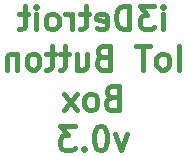
<source format=gbr>
%TF.GenerationSoftware,KiCad,Pcbnew,(5.1.9)-1*%
%TF.CreationDate,2021-04-24T19:22:00-04:00*%
%TF.ProjectId,button_box,62757474-6f6e-45f6-926f-782e6b696361,rev?*%
%TF.SameCoordinates,Original*%
%TF.FileFunction,Legend,Bot*%
%TF.FilePolarity,Positive*%
%FSLAX46Y46*%
G04 Gerber Fmt 4.6, Leading zero omitted, Abs format (unit mm)*
G04 Created by KiCad (PCBNEW (5.1.9)-1) date 2021-04-24 19:22:00*
%MOMM*%
%LPD*%
G01*
G04 APERTURE LIST*
%ADD10C,0.400000*%
G04 APERTURE END LIST*
D10*
X129777380Y-113929761D02*
X129777380Y-112596428D01*
X129777380Y-111929761D02*
X129872619Y-112025000D01*
X129777380Y-112120238D01*
X129682142Y-112025000D01*
X129777380Y-111929761D01*
X129777380Y-112120238D01*
X129015476Y-111929761D02*
X127777380Y-111929761D01*
X128444047Y-112691666D01*
X128158333Y-112691666D01*
X127967857Y-112786904D01*
X127872619Y-112882142D01*
X127777380Y-113072619D01*
X127777380Y-113548809D01*
X127872619Y-113739285D01*
X127967857Y-113834523D01*
X128158333Y-113929761D01*
X128729761Y-113929761D01*
X128920238Y-113834523D01*
X129015476Y-113739285D01*
X126920238Y-113929761D02*
X126920238Y-111929761D01*
X126444047Y-111929761D01*
X126158333Y-112025000D01*
X125967857Y-112215476D01*
X125872619Y-112405952D01*
X125777380Y-112786904D01*
X125777380Y-113072619D01*
X125872619Y-113453571D01*
X125967857Y-113644047D01*
X126158333Y-113834523D01*
X126444047Y-113929761D01*
X126920238Y-113929761D01*
X124158333Y-113834523D02*
X124348809Y-113929761D01*
X124729761Y-113929761D01*
X124920238Y-113834523D01*
X125015476Y-113644047D01*
X125015476Y-112882142D01*
X124920238Y-112691666D01*
X124729761Y-112596428D01*
X124348809Y-112596428D01*
X124158333Y-112691666D01*
X124063095Y-112882142D01*
X124063095Y-113072619D01*
X125015476Y-113263095D01*
X123491666Y-112596428D02*
X122729761Y-112596428D01*
X123205952Y-111929761D02*
X123205952Y-113644047D01*
X123110714Y-113834523D01*
X122920238Y-113929761D01*
X122729761Y-113929761D01*
X122063095Y-113929761D02*
X122063095Y-112596428D01*
X122063095Y-112977380D02*
X121967857Y-112786904D01*
X121872619Y-112691666D01*
X121682142Y-112596428D01*
X121491666Y-112596428D01*
X120539285Y-113929761D02*
X120729761Y-113834523D01*
X120825000Y-113739285D01*
X120920238Y-113548809D01*
X120920238Y-112977380D01*
X120825000Y-112786904D01*
X120729761Y-112691666D01*
X120539285Y-112596428D01*
X120253571Y-112596428D01*
X120063095Y-112691666D01*
X119967857Y-112786904D01*
X119872619Y-112977380D01*
X119872619Y-113548809D01*
X119967857Y-113739285D01*
X120063095Y-113834523D01*
X120253571Y-113929761D01*
X120539285Y-113929761D01*
X119015476Y-113929761D02*
X119015476Y-112596428D01*
X119015476Y-111929761D02*
X119110714Y-112025000D01*
X119015476Y-112120238D01*
X118920238Y-112025000D01*
X119015476Y-111929761D01*
X119015476Y-112120238D01*
X118348809Y-112596428D02*
X117586904Y-112596428D01*
X118063095Y-111929761D02*
X118063095Y-113644047D01*
X117967857Y-113834523D01*
X117777380Y-113929761D01*
X117586904Y-113929761D01*
X131110714Y-117329761D02*
X131110714Y-115329761D01*
X129872619Y-117329761D02*
X130063095Y-117234523D01*
X130158333Y-117139285D01*
X130253571Y-116948809D01*
X130253571Y-116377380D01*
X130158333Y-116186904D01*
X130063095Y-116091666D01*
X129872619Y-115996428D01*
X129586904Y-115996428D01*
X129396428Y-116091666D01*
X129301190Y-116186904D01*
X129205952Y-116377380D01*
X129205952Y-116948809D01*
X129301190Y-117139285D01*
X129396428Y-117234523D01*
X129586904Y-117329761D01*
X129872619Y-117329761D01*
X128634523Y-115329761D02*
X127491666Y-115329761D01*
X128063095Y-117329761D02*
X128063095Y-115329761D01*
X124634523Y-116282142D02*
X124348809Y-116377380D01*
X124253571Y-116472619D01*
X124158333Y-116663095D01*
X124158333Y-116948809D01*
X124253571Y-117139285D01*
X124348809Y-117234523D01*
X124539285Y-117329761D01*
X125301190Y-117329761D01*
X125301190Y-115329761D01*
X124634523Y-115329761D01*
X124444047Y-115425000D01*
X124348809Y-115520238D01*
X124253571Y-115710714D01*
X124253571Y-115901190D01*
X124348809Y-116091666D01*
X124444047Y-116186904D01*
X124634523Y-116282142D01*
X125301190Y-116282142D01*
X122444047Y-115996428D02*
X122444047Y-117329761D01*
X123301190Y-115996428D02*
X123301190Y-117044047D01*
X123205952Y-117234523D01*
X123015476Y-117329761D01*
X122729761Y-117329761D01*
X122539285Y-117234523D01*
X122444047Y-117139285D01*
X121777380Y-115996428D02*
X121015476Y-115996428D01*
X121491666Y-115329761D02*
X121491666Y-117044047D01*
X121396428Y-117234523D01*
X121205952Y-117329761D01*
X121015476Y-117329761D01*
X120634523Y-115996428D02*
X119872619Y-115996428D01*
X120348809Y-115329761D02*
X120348809Y-117044047D01*
X120253571Y-117234523D01*
X120063095Y-117329761D01*
X119872619Y-117329761D01*
X118920238Y-117329761D02*
X119110714Y-117234523D01*
X119205952Y-117139285D01*
X119301190Y-116948809D01*
X119301190Y-116377380D01*
X119205952Y-116186904D01*
X119110714Y-116091666D01*
X118920238Y-115996428D01*
X118634523Y-115996428D01*
X118444047Y-116091666D01*
X118348809Y-116186904D01*
X118253571Y-116377380D01*
X118253571Y-116948809D01*
X118348809Y-117139285D01*
X118444047Y-117234523D01*
X118634523Y-117329761D01*
X118920238Y-117329761D01*
X117396428Y-115996428D02*
X117396428Y-117329761D01*
X117396428Y-116186904D02*
X117301190Y-116091666D01*
X117110714Y-115996428D01*
X116825000Y-115996428D01*
X116634523Y-116091666D01*
X116539285Y-116282142D01*
X116539285Y-117329761D01*
X125396428Y-119682142D02*
X125110714Y-119777380D01*
X125015476Y-119872619D01*
X124920238Y-120063095D01*
X124920238Y-120348809D01*
X125015476Y-120539285D01*
X125110714Y-120634523D01*
X125301190Y-120729761D01*
X126063095Y-120729761D01*
X126063095Y-118729761D01*
X125396428Y-118729761D01*
X125205952Y-118825000D01*
X125110714Y-118920238D01*
X125015476Y-119110714D01*
X125015476Y-119301190D01*
X125110714Y-119491666D01*
X125205952Y-119586904D01*
X125396428Y-119682142D01*
X126063095Y-119682142D01*
X123777380Y-120729761D02*
X123967857Y-120634523D01*
X124063095Y-120539285D01*
X124158333Y-120348809D01*
X124158333Y-119777380D01*
X124063095Y-119586904D01*
X123967857Y-119491666D01*
X123777380Y-119396428D01*
X123491666Y-119396428D01*
X123301190Y-119491666D01*
X123205952Y-119586904D01*
X123110714Y-119777380D01*
X123110714Y-120348809D01*
X123205952Y-120539285D01*
X123301190Y-120634523D01*
X123491666Y-120729761D01*
X123777380Y-120729761D01*
X122444047Y-120729761D02*
X121396428Y-119396428D01*
X122444047Y-119396428D02*
X121396428Y-120729761D01*
X126682142Y-122796428D02*
X126205952Y-124129761D01*
X125729761Y-122796428D01*
X124586904Y-122129761D02*
X124396428Y-122129761D01*
X124205952Y-122225000D01*
X124110714Y-122320238D01*
X124015476Y-122510714D01*
X123920238Y-122891666D01*
X123920238Y-123367857D01*
X124015476Y-123748809D01*
X124110714Y-123939285D01*
X124205952Y-124034523D01*
X124396428Y-124129761D01*
X124586904Y-124129761D01*
X124777380Y-124034523D01*
X124872619Y-123939285D01*
X124967857Y-123748809D01*
X125063095Y-123367857D01*
X125063095Y-122891666D01*
X124967857Y-122510714D01*
X124872619Y-122320238D01*
X124777380Y-122225000D01*
X124586904Y-122129761D01*
X123063095Y-123939285D02*
X122967857Y-124034523D01*
X123063095Y-124129761D01*
X123158333Y-124034523D01*
X123063095Y-123939285D01*
X123063095Y-124129761D01*
X122301190Y-122129761D02*
X121063095Y-122129761D01*
X121729761Y-122891666D01*
X121444047Y-122891666D01*
X121253571Y-122986904D01*
X121158333Y-123082142D01*
X121063095Y-123272619D01*
X121063095Y-123748809D01*
X121158333Y-123939285D01*
X121253571Y-124034523D01*
X121444047Y-124129761D01*
X122015476Y-124129761D01*
X122205952Y-124034523D01*
X122301190Y-123939285D01*
M02*

</source>
